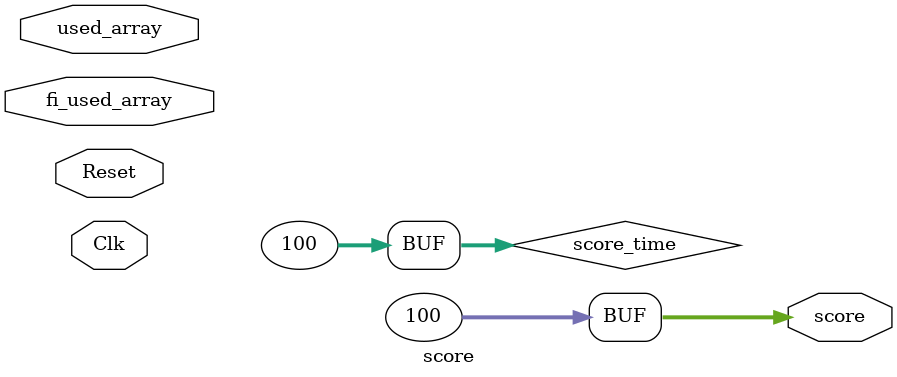
<source format=sv>
module score (
		input [15:0] used_array,
		input [7:0]  fi_used_array,
		input Reset, Clk,
		output int score
);
	logic [15:0] timely_mons;
	logic [7:0] timely_tower;
	int score_time;
	assign score = score_time;
	initial begin
		timely_mons = 16'h0;
		timely_tower = 8'b0;
		score = 100;
	end
	always_ff @ (posedge Clk) begin
		if (Reset) begin
			timely_mons = 16'h0;
			timely_tower = 8'b0;
			score_time = 100;
		end
		else if (used_array > timely_mons) begin
			timely_mons = used_array;
		end
		else if (used_array < timely_mons) begin
			timely_mons = used_array;
			score_time = score_time + 10;
		end
		else if (fi_used_array < timely_tower) begin
			timely_tower = fi_used_array;
			score_time = score_time + 20;
		end
		else if (fi_used_array > timely_tower) begin
			timely_tower = fi_used_array;
			score_time = score_time - 30;
		end		
	end
endmodule

</source>
